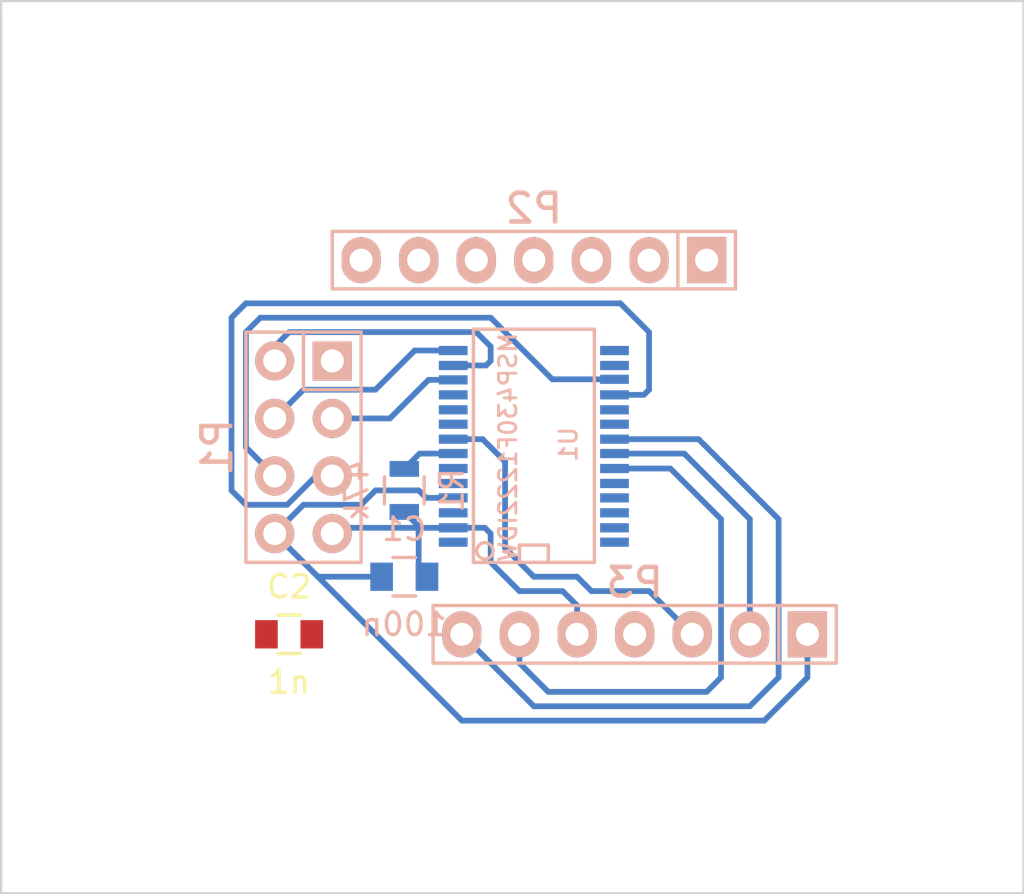
<source format=kicad_pcb>
(kicad_pcb (version 4) (host pcbnew 0.201502010101+5397~21~ubuntu14.04.1-product)

  (general
    (links 27)
    (no_connects 10)
    (area 123.774999 90.119999 168.960001 129.590001)
    (thickness 1.6)
    (drawings 5)
    (tracks 86)
    (zones 0)
    (modules 7)
    (nets 30)
  )

  (page A4)
  (layers
    (0 F.Cu signal)
    (31 B.Cu signal)
    (32 B.Adhes user)
    (33 F.Adhes user)
    (34 B.Paste user)
    (35 F.Paste user)
    (36 B.SilkS user)
    (37 F.SilkS user)
    (38 B.Mask user)
    (39 F.Mask user)
    (40 Dwgs.User user)
    (41 Cmts.User user)
    (42 Eco1.User user)
    (43 Eco2.User user)
    (44 Edge.Cuts user)
    (45 Margin user)
    (46 B.CrtYd user)
    (47 F.CrtYd user)
    (48 B.Fab user)
    (49 F.Fab user)
  )

  (setup
    (last_trace_width 0.254)
    (trace_clearance 0.254)
    (zone_clearance 0.508)
    (zone_45_only no)
    (trace_min 0.254)
    (segment_width 0.2)
    (edge_width 0.1)
    (via_size 0.889)
    (via_drill 0.635)
    (via_min_size 0.889)
    (via_min_drill 0.508)
    (uvia_size 0.508)
    (uvia_drill 0.127)
    (uvias_allowed no)
    (uvia_min_size 0.508)
    (uvia_min_drill 0.127)
    (pcb_text_width 0.3)
    (pcb_text_size 1.5 1.5)
    (mod_edge_width 0.15)
    (mod_text_size 1 1)
    (mod_text_width 0.15)
    (pad_size 1.5 1.5)
    (pad_drill 0.6)
    (pad_to_mask_clearance 0)
    (aux_axis_origin 0 0)
    (visible_elements FFFFFF7F)
    (pcbplotparams
      (layerselection 0x00030_80000001)
      (usegerberextensions false)
      (excludeedgelayer true)
      (linewidth 0.100000)
      (plotframeref false)
      (viasonmask false)
      (mode 1)
      (useauxorigin false)
      (hpglpennumber 1)
      (hpglpenspeed 20)
      (hpglpendiameter 15)
      (hpglpenoverlay 2)
      (psnegative false)
      (psa4output false)
      (plotreference true)
      (plotvalue true)
      (plotinvisibletext false)
      (padsonsilk false)
      (subtractmaskfromsilk false)
      (outputformat 1)
      (mirror false)
      (drillshape 1)
      (scaleselection 1)
      (outputdirectory ""))
  )

  (net 0 "")
  (net 1 +3V3)
  (net 2 GND)
  (net 3 "Net-(C2-Pad1)")
  (net 4 "Net-(P1-Pad1)")
  (net 5 "Net-(P1-Pad2)")
  (net 6 "Net-(P1-Pad3)")
  (net 7 "Net-(P1-Pad4)")
  (net 8 "Net-(P1-Pad5)")
  (net 9 "Net-(P1-Pad6)")
  (net 10 "Net-(P2-Pad3)")
  (net 11 "Net-(P2-Pad5)")
  (net 12 "Net-(P2-Pad6)")
  (net 13 "Net-(P2-Pad7)")
  (net 14 "Net-(P3-Pad3)")
  (net 15 "Net-(P3-Pad4)")
  (net 16 "Net-(P3-Pad6)")
  (net 17 "Net-(P3-Pad7)")
  (net 18 "Net-(U1-Pad3)")
  (net 19 "Net-(U1-Pad5)")
  (net 20 "Net-(U1-Pad6)")
  (net 21 "Net-(U1-Pad9)")
  (net 22 "Net-(U1-Pad11)")
  (net 23 "Net-(U1-Pad15)")
  (net 24 "Net-(U1-Pad16)")
  (net 25 "Net-(U1-Pad19)")
  (net 26 "Net-(U1-Pad20)")
  (net 27 "Net-(U1-Pad26)")
  (net 28 "Net-(U1-Pad27)")
  (net 29 "Net-(U1-Pad28)")

  (net_class Default "This is the default net class."
    (clearance 0.254)
    (trace_width 0.254)
    (via_dia 0.889)
    (via_drill 0.635)
    (uvia_dia 0.508)
    (uvia_drill 0.127)
    (add_net +3V3)
    (add_net GND)
    (add_net "Net-(C2-Pad1)")
    (add_net "Net-(P1-Pad1)")
    (add_net "Net-(P1-Pad2)")
    (add_net "Net-(P1-Pad3)")
    (add_net "Net-(P1-Pad4)")
    (add_net "Net-(P1-Pad5)")
    (add_net "Net-(P1-Pad6)")
    (add_net "Net-(P2-Pad3)")
    (add_net "Net-(P2-Pad5)")
    (add_net "Net-(P2-Pad6)")
    (add_net "Net-(P2-Pad7)")
    (add_net "Net-(P3-Pad3)")
    (add_net "Net-(P3-Pad4)")
    (add_net "Net-(P3-Pad6)")
    (add_net "Net-(P3-Pad7)")
    (add_net "Net-(U1-Pad11)")
    (add_net "Net-(U1-Pad15)")
    (add_net "Net-(U1-Pad16)")
    (add_net "Net-(U1-Pad19)")
    (add_net "Net-(U1-Pad20)")
    (add_net "Net-(U1-Pad26)")
    (add_net "Net-(U1-Pad27)")
    (add_net "Net-(U1-Pad28)")
    (add_net "Net-(U1-Pad3)")
    (add_net "Net-(U1-Pad5)")
    (add_net "Net-(U1-Pad6)")
    (add_net "Net-(U1-Pad9)")
  )

  (module Capacitors_SMD:C_0805 (layer B.Cu) (tedit 5415D6EA) (tstamp 54F3496D)
    (at 141.605 115.57 180)
    (descr "Capacitor SMD 0805, reflow soldering, AVX (see smccp.pdf)")
    (tags "capacitor 0805")
    (path /54F2F845)
    (attr smd)
    (fp_text reference C1 (at 0 2.1 180) (layer B.SilkS)
      (effects (font (size 1 1) (thickness 0.15)) (justify mirror))
    )
    (fp_text value 100n (at 0 -2.1 180) (layer B.SilkS)
      (effects (font (size 1 1) (thickness 0.15)) (justify mirror))
    )
    (fp_line (start -1.8 1) (end 1.8 1) (layer B.CrtYd) (width 0.05))
    (fp_line (start -1.8 -1) (end 1.8 -1) (layer B.CrtYd) (width 0.05))
    (fp_line (start -1.8 1) (end -1.8 -1) (layer B.CrtYd) (width 0.05))
    (fp_line (start 1.8 1) (end 1.8 -1) (layer B.CrtYd) (width 0.05))
    (fp_line (start 0.5 0.85) (end -0.5 0.85) (layer B.SilkS) (width 0.15))
    (fp_line (start -0.5 -0.85) (end 0.5 -0.85) (layer B.SilkS) (width 0.15))
    (pad 1 smd rect (at -1 0 180) (size 1 1.25) (layers B.Cu B.Paste B.Mask)
      (net 1 +3V3))
    (pad 2 smd rect (at 1 0 180) (size 1 1.25) (layers B.Cu B.Paste B.Mask)
      (net 2 GND))
    (model Capacitors_SMD/C_0805N.wrl
      (at (xyz 0 0 0))
      (scale (xyz 1 1 1))
      (rotate (xyz 0 0 0))
    )
  )

  (module Capacitors_SMD:C_0805 (layer F.Cu) (tedit 5415D6EA) (tstamp 54F34979)
    (at 136.525 118.11)
    (descr "Capacitor SMD 0805, reflow soldering, AVX (see smccp.pdf)")
    (tags "capacitor 0805")
    (path /54F2FB00)
    (attr smd)
    (fp_text reference C2 (at 0 -2.1) (layer F.SilkS)
      (effects (font (size 1 1) (thickness 0.15)))
    )
    (fp_text value 1n (at 0 2.1) (layer F.SilkS)
      (effects (font (size 1 1) (thickness 0.15)))
    )
    (fp_line (start -1.8 -1) (end 1.8 -1) (layer F.CrtYd) (width 0.05))
    (fp_line (start -1.8 1) (end 1.8 1) (layer F.CrtYd) (width 0.05))
    (fp_line (start -1.8 -1) (end -1.8 1) (layer F.CrtYd) (width 0.05))
    (fp_line (start 1.8 -1) (end 1.8 1) (layer F.CrtYd) (width 0.05))
    (fp_line (start 0.5 -0.85) (end -0.5 -0.85) (layer F.SilkS) (width 0.15))
    (fp_line (start -0.5 0.85) (end 0.5 0.85) (layer F.SilkS) (width 0.15))
    (pad 1 smd rect (at -1 0) (size 1 1.25) (layers F.Cu F.Paste F.Mask)
      (net 3 "Net-(C2-Pad1)"))
    (pad 2 smd rect (at 1 0) (size 1 1.25) (layers F.Cu F.Paste F.Mask)
      (net 2 GND))
    (model Capacitors_SMD/C_0805N.wrl
      (at (xyz 0 0 0))
      (scale (xyz 1 1 1))
      (rotate (xyz 0 0 0))
    )
  )

  (module Pin_Headers:Pin_Header_Straight_2x04 (layer B.Cu) (tedit 54F348E6) (tstamp 54F3498D)
    (at 137.16 109.855 270)
    (descr "Through hole pin header")
    (tags "pin header")
    (path /54F2F6FE)
    (fp_text reference P1 (at 0 3.81 270) (layer B.SilkS)
      (effects (font (size 1.27 1.27) (thickness 0.2032)) (justify mirror))
    )
    (fp_text value BK24x1 (at 0 0 270) (layer B.SilkS) hide
      (effects (font (size 1.27 1.27) (thickness 0.2032)) (justify mirror))
    )
    (fp_line (start -2.54 -2.54) (end 5.08 -2.54) (layer B.SilkS) (width 0.15))
    (fp_line (start 5.08 -2.54) (end 5.08 2.54) (layer B.SilkS) (width 0.15))
    (fp_line (start 5.08 2.54) (end -5.08 2.54) (layer B.SilkS) (width 0.15))
    (fp_line (start -5.08 2.54) (end -5.08 0) (layer B.SilkS) (width 0.15))
    (fp_line (start -5.08 -2.54) (end -2.54 -2.54) (layer B.SilkS) (width 0.15))
    (fp_line (start -5.08 0) (end -2.54 0) (layer B.SilkS) (width 0.15))
    (fp_line (start -2.54 0) (end -2.54 -2.54) (layer B.SilkS) (width 0.15))
    (fp_line (start -5.08 -2.54) (end -5.08 0) (layer B.SilkS) (width 0.15))
    (pad 1 thru_hole rect (at -3.81 -1.27 270) (size 1.7272 1.7272) (drill 1.016) (layers *.Cu *.Mask B.SilkS)
      (net 4 "Net-(P1-Pad1)"))
    (pad 2 thru_hole oval (at -3.81 1.27 270) (size 1.7272 1.7272) (drill 1.016) (layers *.Cu *.Mask B.SilkS)
      (net 5 "Net-(P1-Pad2)"))
    (pad 3 thru_hole oval (at -1.27 -1.27 270) (size 1.7272 1.7272) (drill 1.016) (layers *.Cu *.Mask B.SilkS)
      (net 6 "Net-(P1-Pad3)"))
    (pad 4 thru_hole oval (at -1.27 1.27 270) (size 1.7272 1.7272) (drill 1.016) (layers *.Cu *.Mask B.SilkS)
      (net 7 "Net-(P1-Pad4)"))
    (pad 5 thru_hole oval (at 1.27 -1.27 270) (size 1.7272 1.7272) (drill 1.016) (layers *.Cu *.Mask B.SilkS)
      (net 8 "Net-(P1-Pad5)"))
    (pad 6 thru_hole oval (at 1.27 1.27 270) (size 1.7272 1.7272) (drill 1.016) (layers *.Cu *.Mask B.SilkS)
      (net 9 "Net-(P1-Pad6)"))
    (pad 7 thru_hole oval (at 3.81 -1.27 270) (size 1.7272 1.7272) (drill 1.016) (layers *.Cu *.Mask B.SilkS)
      (net 1 +3V3))
    (pad 8 thru_hole oval (at 3.81 1.27 270) (size 1.7272 1.7272) (drill 1.016) (layers *.Cu *.Mask B.SilkS)
      (net 2 GND))
    (model Pin_Headers/Pin_Header_Straight_2x04.wrl
      (at (xyz 0 0 0))
      (scale (xyz 1 1 1))
      (rotate (xyz 0 0 0))
    )
  )

  (module Pin_Headers:Pin_Header_Straight_1x07 (layer B.Cu) (tedit 54F348E5) (tstamp 54F3499F)
    (at 147.32 101.6 180)
    (descr "Through hole pin header")
    (tags "pin header")
    (path /54F31136)
    (fp_text reference P2 (at 0 2.286 180) (layer B.SilkS)
      (effects (font (size 1.27 1.27) (thickness 0.2032)) (justify mirror))
    )
    (fp_text value BSL (at 0 0 180) (layer B.SilkS) hide
      (effects (font (size 1.27 1.27) (thickness 0.2032)) (justify mirror))
    )
    (fp_line (start -6.35 1.27) (end 8.89 1.27) (layer B.SilkS) (width 0.15))
    (fp_line (start 8.89 1.27) (end 8.89 -1.27) (layer B.SilkS) (width 0.15))
    (fp_line (start 8.89 -1.27) (end -6.35 -1.27) (layer B.SilkS) (width 0.15))
    (fp_line (start -8.89 1.27) (end -6.35 1.27) (layer B.SilkS) (width 0.15))
    (fp_line (start -6.35 1.27) (end -6.35 -1.27) (layer B.SilkS) (width 0.15))
    (fp_line (start -8.89 1.27) (end -8.89 -1.27) (layer B.SilkS) (width 0.15))
    (fp_line (start -8.89 -1.27) (end -6.35 -1.27) (layer B.SilkS) (width 0.15))
    (pad 1 thru_hole rect (at -7.62 0 180) (size 1.7272 2.032) (drill 1.016) (layers *.Cu *.Mask B.SilkS)
      (net 1 +3V3))
    (pad 2 thru_hole oval (at -5.08 0 180) (size 1.7272 2.032) (drill 1.016) (layers *.Cu *.Mask B.SilkS)
      (net 2 GND))
    (pad 3 thru_hole oval (at -2.54 0 180) (size 1.7272 2.032) (drill 1.016) (layers *.Cu *.Mask B.SilkS)
      (net 10 "Net-(P2-Pad3)"))
    (pad 4 thru_hole oval (at 0 0 180) (size 1.7272 2.032) (drill 1.016) (layers *.Cu *.Mask B.SilkS)
      (net 3 "Net-(C2-Pad1)"))
    (pad 5 thru_hole oval (at 2.54 0 180) (size 1.7272 2.032) (drill 1.016) (layers *.Cu *.Mask B.SilkS)
      (net 11 "Net-(P2-Pad5)"))
    (pad 6 thru_hole oval (at 5.08 0 180) (size 1.7272 2.032) (drill 1.016) (layers *.Cu *.Mask B.SilkS)
      (net 12 "Net-(P2-Pad6)"))
    (pad 7 thru_hole oval (at 7.62 0 180) (size 1.7272 2.032) (drill 1.016) (layers *.Cu *.Mask B.SilkS)
      (net 13 "Net-(P2-Pad7)"))
    (model Pin_Headers/Pin_Header_Straight_1x07.wrl
      (at (xyz 0 0 0))
      (scale (xyz 1 1 1))
      (rotate (xyz 0 0 0))
    )
  )

  (module Pin_Headers:Pin_Header_Straight_1x07 (layer B.Cu) (tedit 54F348E5) (tstamp 54F349B1)
    (at 151.765 118.11 180)
    (descr "Through hole pin header")
    (tags "pin header")
    (path /54F2FC73)
    (fp_text reference P3 (at 0 2.286 180) (layer B.SilkS)
      (effects (font (size 1.27 1.27) (thickness 0.2032)) (justify mirror))
    )
    (fp_text value PWRBRD (at 0 0 180) (layer B.SilkS) hide
      (effects (font (size 1.27 1.27) (thickness 0.2032)) (justify mirror))
    )
    (fp_line (start -6.35 1.27) (end 8.89 1.27) (layer B.SilkS) (width 0.15))
    (fp_line (start 8.89 1.27) (end 8.89 -1.27) (layer B.SilkS) (width 0.15))
    (fp_line (start 8.89 -1.27) (end -6.35 -1.27) (layer B.SilkS) (width 0.15))
    (fp_line (start -8.89 1.27) (end -6.35 1.27) (layer B.SilkS) (width 0.15))
    (fp_line (start -6.35 1.27) (end -6.35 -1.27) (layer B.SilkS) (width 0.15))
    (fp_line (start -8.89 1.27) (end -8.89 -1.27) (layer B.SilkS) (width 0.15))
    (fp_line (start -8.89 -1.27) (end -6.35 -1.27) (layer B.SilkS) (width 0.15))
    (pad 1 thru_hole rect (at -7.62 0 180) (size 1.7272 2.032) (drill 1.016) (layers *.Cu *.Mask B.SilkS)
      (net 2 GND))
    (pad 2 thru_hole oval (at -5.08 0 180) (size 1.7272 2.032) (drill 1.016) (layers *.Cu *.Mask B.SilkS)
      (net 11 "Net-(P2-Pad5)"))
    (pad 3 thru_hole oval (at -2.54 0 180) (size 1.7272 2.032) (drill 1.016) (layers *.Cu *.Mask B.SilkS)
      (net 14 "Net-(P3-Pad3)"))
    (pad 4 thru_hole oval (at 0 0 180) (size 1.7272 2.032) (drill 1.016) (layers *.Cu *.Mask B.SilkS)
      (net 15 "Net-(P3-Pad4)"))
    (pad 5 thru_hole oval (at 2.54 0 180) (size 1.7272 2.032) (drill 1.016) (layers *.Cu *.Mask B.SilkS)
      (net 1 +3V3))
    (pad 6 thru_hole oval (at 5.08 0 180) (size 1.7272 2.032) (drill 1.016) (layers *.Cu *.Mask B.SilkS)
      (net 16 "Net-(P3-Pad6)"))
    (pad 7 thru_hole oval (at 7.62 0 180) (size 1.7272 2.032) (drill 1.016) (layers *.Cu *.Mask B.SilkS)
      (net 17 "Net-(P3-Pad7)"))
    (model Pin_Headers/Pin_Header_Straight_1x07.wrl
      (at (xyz 0 0 0))
      (scale (xyz 1 1 1))
      (rotate (xyz 0 0 0))
    )
  )

  (module Resistors_SMD:R_0805 (layer B.Cu) (tedit 5415CDEB) (tstamp 54F349BD)
    (at 141.605 111.76 90)
    (descr "Resistor SMD 0805, reflow soldering, Vishay (see dcrcw.pdf)")
    (tags "resistor 0805")
    (path /54F2FA6B)
    (attr smd)
    (fp_text reference R1 (at 0 2.1 90) (layer B.SilkS)
      (effects (font (size 1 1) (thickness 0.15)) (justify mirror))
    )
    (fp_text value 47k (at 0 -2.1 90) (layer B.SilkS)
      (effects (font (size 1 1) (thickness 0.15)) (justify mirror))
    )
    (fp_line (start -1.6 1) (end 1.6 1) (layer B.CrtYd) (width 0.05))
    (fp_line (start -1.6 -1) (end 1.6 -1) (layer B.CrtYd) (width 0.05))
    (fp_line (start -1.6 1) (end -1.6 -1) (layer B.CrtYd) (width 0.05))
    (fp_line (start 1.6 1) (end 1.6 -1) (layer B.CrtYd) (width 0.05))
    (fp_line (start 0.6 -0.875) (end -0.6 -0.875) (layer B.SilkS) (width 0.15))
    (fp_line (start -0.6 0.875) (end 0.6 0.875) (layer B.SilkS) (width 0.15))
    (pad 1 smd rect (at -0.95 0 90) (size 0.7 1.3) (layers B.Cu B.Paste B.Mask)
      (net 1 +3V3))
    (pad 2 smd rect (at 0.95 0 90) (size 0.7 1.3) (layers B.Cu B.Paste B.Mask)
      (net 3 "Net-(C2-Pad1)"))
    (model Resistors_SMD/R_0805.wrl
      (at (xyz 0 0 0))
      (scale (xyz 1 1 1))
      (rotate (xyz 0 0 0))
    )
  )

  (module SMD_Packages:SSOP-28 (layer B.Cu) (tedit 54F348E5) (tstamp 54F349E5)
    (at 147.32 109.855 90)
    (descr "SSOP 28 pins")
    (tags "CMS SSOP SMD")
    (path /54F2F464)
    (attr smd)
    (fp_text reference U1 (at 0.127 1.524 90) (layer B.SilkS)
      (effects (font (size 0.762 0.762) (thickness 0.127)) (justify mirror))
    )
    (fp_text value MSP430F1222IDW (at 0 -1.143 90) (layer B.SilkS)
      (effects (font (size 0.762 0.762) (thickness 0.127)) (justify mirror))
    )
    (fp_circle (center -4.572 -2.159) (end -4.826 -1.905) (layer B.SilkS) (width 0.15))
    (fp_line (start -5.08 0.635) (end -4.318 0.635) (layer B.SilkS) (width 0.15))
    (fp_line (start -4.318 0.635) (end -4.318 -0.635) (layer B.SilkS) (width 0.15))
    (fp_line (start -4.318 -0.635) (end -5.08 -0.635) (layer B.SilkS) (width 0.15))
    (fp_line (start 5.207 -2.667) (end -5.08 -2.667) (layer B.SilkS) (width 0.15))
    (fp_line (start -5.08 2.667) (end 5.207 2.667) (layer B.SilkS) (width 0.15))
    (fp_line (start -5.08 2.667) (end -5.08 -2.667) (layer B.SilkS) (width 0.15))
    (fp_line (start 5.207 2.667) (end 5.207 -2.667) (layer B.SilkS) (width 0.15))
    (pad 1 smd rect (at -4.191 -3.556 90) (size 0.4064 1.27) (layers B.Cu B.Paste B.Mask)
      (net 10 "Net-(P2-Pad3)"))
    (pad 2 smd rect (at -3.556 -3.556 90) (size 0.4064 1.27) (layers B.Cu B.Paste B.Mask)
      (net 1 +3V3))
    (pad 3 smd rect (at -2.8956 -3.556 90) (size 0.4064 1.27) (layers B.Cu B.Paste B.Mask)
      (net 18 "Net-(U1-Pad3)"))
    (pad 4 smd rect (at -2.2352 -3.556 90) (size 0.4064 1.27) (layers B.Cu B.Paste B.Mask)
      (net 2 GND))
    (pad 5 smd rect (at -1.6002 -3.556 90) (size 0.4064 1.27) (layers B.Cu B.Paste B.Mask)
      (net 19 "Net-(U1-Pad5)"))
    (pad 6 smd rect (at -0.9398 -3.556 90) (size 0.4064 1.27) (layers B.Cu B.Paste B.Mask)
      (net 20 "Net-(U1-Pad6)"))
    (pad 7 smd rect (at -0.2794 -3.556 90) (size 0.4064 1.27) (layers B.Cu B.Paste B.Mask)
      (net 3 "Net-(C2-Pad1)"))
    (pad 8 smd rect (at 0.3556 -3.556 90) (size 0.4064 1.27) (layers B.Cu B.Paste B.Mask)
      (net 14 "Net-(P3-Pad3)"))
    (pad 9 smd rect (at 1.016 -3.556 90) (size 0.4064 1.27) (layers B.Cu B.Paste B.Mask)
      (net 21 "Net-(U1-Pad9)"))
    (pad 10 smd rect (at 1.651 -3.556 90) (size 0.4064 1.27) (layers B.Cu B.Paste B.Mask)
      (net 12 "Net-(P2-Pad6)"))
    (pad 11 smd rect (at 2.3114 -3.556 90) (size 0.4064 1.27) (layers B.Cu B.Paste B.Mask)
      (net 22 "Net-(U1-Pad11)"))
    (pad 12 smd rect (at 2.9718 -3.556 90) (size 0.4064 1.27) (layers B.Cu B.Paste B.Mask)
      (net 6 "Net-(P1-Pad3)"))
    (pad 13 smd rect (at 3.6068 -3.556 90) (size 0.4064 1.27) (layers B.Cu B.Paste B.Mask)
      (net 5 "Net-(P1-Pad2)"))
    (pad 14 smd rect (at 4.2672 -3.556 90) (size 0.4064 1.27) (layers B.Cu B.Paste B.Mask)
      (net 7 "Net-(P1-Pad4)"))
    (pad 15 smd rect (at 4.2672 3.556 90) (size 0.4064 1.27) (layers B.Cu B.Paste B.Mask)
      (net 23 "Net-(U1-Pad15)"))
    (pad 16 smd rect (at 3.6068 3.556 90) (size 0.4064 1.27) (layers B.Cu B.Paste B.Mask)
      (net 24 "Net-(U1-Pad16)"))
    (pad 17 smd rect (at 2.9972 3.556 90) (size 0.4064 1.27) (layers B.Cu B.Paste B.Mask)
      (net 9 "Net-(P1-Pad6)"))
    (pad 18 smd rect (at 2.3114 3.556 90) (size 0.4064 1.27) (layers B.Cu B.Paste B.Mask)
      (net 8 "Net-(P1-Pad5)"))
    (pad 19 smd rect (at 1.651 3.556 90) (size 0.4064 1.27) (layers B.Cu B.Paste B.Mask)
      (net 25 "Net-(U1-Pad19)"))
    (pad 20 smd rect (at 1.016 3.556 90) (size 0.4064 1.27) (layers B.Cu B.Paste B.Mask)
      (net 26 "Net-(U1-Pad20)"))
    (pad 21 smd rect (at 0.3556 3.556 90) (size 0.4064 1.27) (layers B.Cu B.Paste B.Mask)
      (net 17 "Net-(P3-Pad7)"))
    (pad 22 smd rect (at -0.2794 3.556 90) (size 0.4064 1.27) (layers B.Cu B.Paste B.Mask)
      (net 11 "Net-(P2-Pad5)"))
    (pad 23 smd rect (at -0.9398 3.556 90) (size 0.4064 1.27) (layers B.Cu B.Paste B.Mask)
      (net 16 "Net-(P3-Pad6)"))
    (pad 24 smd rect (at -1.6002 3.556 90) (size 0.4064 1.27) (layers B.Cu B.Paste B.Mask)
      (net 15 "Net-(P3-Pad4)"))
    (pad 25 smd rect (at -2.2352 3.556 90) (size 0.4064 1.27) (layers B.Cu B.Paste B.Mask)
      (net 13 "Net-(P2-Pad7)"))
    (pad 26 smd rect (at -2.8956 3.556 90) (size 0.4064 1.27) (layers B.Cu B.Paste B.Mask)
      (net 27 "Net-(U1-Pad26)"))
    (pad 27 smd rect (at -3.556 3.556 90) (size 0.4064 1.27) (layers B.Cu B.Paste B.Mask)
      (net 28 "Net-(U1-Pad27)"))
    (pad 28 smd rect (at -4.191 3.556 90) (size 0.4064 1.27) (layers B.Cu B.Paste B.Mask)
      (net 29 "Net-(U1-Pad28)"))
    (model smd/cms_soj28.wrl
      (at (xyz 0 0 0))
      (scale (xyz 0.256 0.5 0.25))
      (rotate (xyz 0 0 0))
    )
  )

  (gr_line (start 123.825 90.17) (end 123.825 90.805) (angle 90) (layer Edge.Cuts) (width 0.1))
  (gr_line (start 168.91 90.17) (end 123.825 90.17) (angle 90) (layer Edge.Cuts) (width 0.1))
  (gr_line (start 168.91 129.54) (end 168.91 90.17) (angle 90) (layer Edge.Cuts) (width 0.1))
  (gr_line (start 123.825 129.54) (end 168.91 129.54) (angle 90) (layer Edge.Cuts) (width 0.1))
  (gr_line (start 123.825 90.17) (end 123.825 129.54) (angle 90) (layer Edge.Cuts) (width 0.1))

  (segment (start 142.24 113.665) (end 142.24 113.345) (width 0.254) (layer B.Cu) (net 1))
  (segment (start 142.24 113.345) (end 141.605 112.71) (width 0.254) (layer B.Cu) (net 1) (tstamp 54F34D39))
  (segment (start 142.24 113.411) (end 142.24 113.665) (width 0.254) (layer B.Cu) (net 1))
  (segment (start 142.24 113.665) (end 142.24 115.205) (width 0.254) (layer B.Cu) (net 1) (tstamp 54F34D37))
  (segment (start 142.24 115.205) (end 142.605 115.57) (width 0.254) (layer B.Cu) (net 1) (tstamp 54F34CFF))
  (segment (start 143.764 113.411) (end 145.161 113.411) (width 0.254) (layer B.Cu) (net 1))
  (segment (start 149.225 116.84) (end 149.225 118.11) (width 0.254) (layer B.Cu) (net 1) (tstamp 54F34CA0))
  (segment (start 148.59 116.205) (end 149.225 116.84) (width 0.254) (layer B.Cu) (net 1) (tstamp 54F34C9F))
  (segment (start 146.685 116.205) (end 148.59 116.205) (width 0.254) (layer B.Cu) (net 1) (tstamp 54F34C9D))
  (segment (start 145.415 114.935) (end 146.685 116.205) (width 0.254) (layer B.Cu) (net 1) (tstamp 54F34C9B))
  (segment (start 145.415 113.665) (end 145.415 114.935) (width 0.254) (layer B.Cu) (net 1) (tstamp 54F34C9A))
  (segment (start 145.161 113.411) (end 145.415 113.665) (width 0.254) (layer B.Cu) (net 1) (tstamp 54F34C99))
  (segment (start 143.764 113.411) (end 142.24 113.411) (width 0.254) (layer B.Cu) (net 1))
  (segment (start 142.24 113.411) (end 138.684 113.411) (width 0.254) (layer B.Cu) (net 1) (tstamp 54F34CFD))
  (segment (start 138.684 113.411) (end 138.43 113.665) (width 0.254) (layer B.Cu) (net 1) (tstamp 54F34C4D))
  (segment (start 143.764 112.0902) (end 142.5702 112.0902) (width 0.254) (layer B.Cu) (net 2))
  (segment (start 137.16 112.395) (end 135.89 113.665) (width 0.254) (layer B.Cu) (net 2) (tstamp 54F34D40))
  (segment (start 139.7 112.395) (end 137.16 112.395) (width 0.254) (layer B.Cu) (net 2) (tstamp 54F34D3F))
  (segment (start 140.335 111.76) (end 139.7 112.395) (width 0.254) (layer B.Cu) (net 2) (tstamp 54F34D3E))
  (segment (start 142.24 111.76) (end 140.335 111.76) (width 0.254) (layer B.Cu) (net 2) (tstamp 54F34D3D))
  (segment (start 142.5702 112.0902) (end 142.24 111.76) (width 0.254) (layer B.Cu) (net 2) (tstamp 54F34D3C))
  (segment (start 159.385 118.11) (end 159.385 120.015) (width 0.254) (layer B.Cu) (net 2))
  (segment (start 144.145 121.92) (end 135.89 113.665) (width 0.254) (layer B.Cu) (net 2) (tstamp 54F34D0A))
  (segment (start 157.48 121.92) (end 144.145 121.92) (width 0.254) (layer B.Cu) (net 2) (tstamp 54F34D08))
  (segment (start 159.385 120.015) (end 157.48 121.92) (width 0.254) (layer B.Cu) (net 2) (tstamp 54F34D06))
  (segment (start 140.605 115.57) (end 137.795 115.57) (width 0.254) (layer B.Cu) (net 2))
  (segment (start 137.795 115.57) (end 135.89 113.665) (width 0.254) (layer B.Cu) (net 2) (tstamp 54F34D02))
  (segment (start 143.764 110.1344) (end 142.2806 110.1344) (width 0.254) (layer B.Cu) (net 3))
  (segment (start 142.2806 110.1344) (end 141.605 110.81) (width 0.254) (layer B.Cu) (net 3) (tstamp 54F34D44))
  (segment (start 135.89 106.045) (end 135.89 105.41) (width 0.254) (layer B.Cu) (net 5))
  (segment (start 135.89 105.41) (end 136.525 104.775) (width 0.254) (layer B.Cu) (net 5) (tstamp 54F34C6C))
  (segment (start 136.525 104.775) (end 144.78 104.775) (width 0.254) (layer B.Cu) (net 5) (tstamp 54F34C6D))
  (segment (start 144.78 104.775) (end 145.415 105.41) (width 0.254) (layer B.Cu) (net 5) (tstamp 54F34C6E))
  (segment (start 145.415 105.41) (end 145.415 106.045) (width 0.254) (layer B.Cu) (net 5) (tstamp 54F34C6F))
  (segment (start 145.415 106.045) (end 145.2118 106.2482) (width 0.254) (layer B.Cu) (net 5) (tstamp 54F34C70))
  (segment (start 145.2118 106.2482) (end 143.764 106.2482) (width 0.254) (layer B.Cu) (net 5) (tstamp 54F34C71))
  (segment (start 138.43 108.585) (end 140.97 108.585) (width 0.254) (layer B.Cu) (net 6))
  (segment (start 142.6718 106.8832) (end 143.764 106.8832) (width 0.254) (layer B.Cu) (net 6) (tstamp 54F34C62))
  (segment (start 140.97 108.585) (end 142.6718 106.8832) (width 0.254) (layer B.Cu) (net 6) (tstamp 54F34C60))
  (segment (start 138.43 108.585) (end 139.065 108.585) (width 0.254) (layer F.Cu) (net 6))
  (segment (start 135.89 108.585) (end 137.16 107.315) (width 0.254) (layer B.Cu) (net 7))
  (segment (start 142.0622 105.5878) (end 143.764 105.5878) (width 0.254) (layer B.Cu) (net 7) (tstamp 54F34C68))
  (segment (start 140.335 107.315) (end 142.0622 105.5878) (width 0.254) (layer B.Cu) (net 7) (tstamp 54F34C67))
  (segment (start 137.16 107.315) (end 140.335 107.315) (width 0.254) (layer B.Cu) (net 7) (tstamp 54F34C66))
  (segment (start 138.43 111.125) (end 137.711576 111.125) (width 0.254) (layer B.Cu) (net 8))
  (segment (start 137.711576 111.125) (end 136.441576 112.395) (width 0.254) (layer B.Cu) (net 8) (tstamp 54F34C7D))
  (segment (start 152.1714 107.5436) (end 150.876 107.5436) (width 0.254) (layer B.Cu) (net 8) (tstamp 54F34C89))
  (segment (start 152.4 107.315) (end 152.1714 107.5436) (width 0.254) (layer B.Cu) (net 8) (tstamp 54F34C88))
  (segment (start 152.4 104.775) (end 152.4 107.315) (width 0.254) (layer B.Cu) (net 8) (tstamp 54F34C86))
  (segment (start 151.13 103.505) (end 152.4 104.775) (width 0.254) (layer B.Cu) (net 8) (tstamp 54F34C84))
  (segment (start 134.62 103.505) (end 151.13 103.505) (width 0.254) (layer B.Cu) (net 8) (tstamp 54F34C83))
  (segment (start 133.985 104.14) (end 134.62 103.505) (width 0.254) (layer B.Cu) (net 8) (tstamp 54F34C82))
  (segment (start 133.985 111.76) (end 133.985 104.14) (width 0.254) (layer B.Cu) (net 8) (tstamp 54F34C81))
  (segment (start 134.62 112.395) (end 133.985 111.76) (width 0.254) (layer B.Cu) (net 8) (tstamp 54F34C80))
  (segment (start 136.441576 112.395) (end 134.62 112.395) (width 0.254) (layer B.Cu) (net 8) (tstamp 54F34C7E))
  (segment (start 138.43 111.125) (end 139.065 111.125) (width 0.254) (layer F.Cu) (net 8))
  (segment (start 135.89 111.125) (end 134.62 109.855) (width 0.254) (layer B.Cu) (net 9))
  (segment (start 148.1328 106.8578) (end 150.876 106.8578) (width 0.254) (layer B.Cu) (net 9) (tstamp 54F34C79))
  (segment (start 145.415 104.14) (end 148.1328 106.8578) (width 0.254) (layer B.Cu) (net 9) (tstamp 54F34C77))
  (segment (start 135.255 104.14) (end 145.415 104.14) (width 0.254) (layer B.Cu) (net 9) (tstamp 54F34C76))
  (segment (start 134.62 104.775) (end 135.255 104.14) (width 0.254) (layer B.Cu) (net 9) (tstamp 54F34C75))
  (segment (start 134.62 109.855) (end 134.62 104.775) (width 0.254) (layer B.Cu) (net 9) (tstamp 54F34C74))
  (segment (start 156.845 118.11) (end 156.845 113.03) (width 0.254) (layer B.Cu) (net 11))
  (segment (start 153.9494 110.1344) (end 150.876 110.1344) (width 0.254) (layer B.Cu) (net 11) (tstamp 54F34CB1))
  (segment (start 156.845 113.03) (end 153.9494 110.1344) (width 0.254) (layer B.Cu) (net 11) (tstamp 54F34CAF))
  (segment (start 154.305 118.11) (end 152.4 116.205) (width 0.254) (layer B.Cu) (net 14))
  (segment (start 145.0594 109.4994) (end 143.764 109.4994) (width 0.254) (layer B.Cu) (net 14) (tstamp 54F34CAC))
  (segment (start 146.05 110.49) (end 145.0594 109.4994) (width 0.254) (layer B.Cu) (net 14) (tstamp 54F34CAB))
  (segment (start 146.05 114.3) (end 146.05 110.49) (width 0.254) (layer B.Cu) (net 14) (tstamp 54F34CA9))
  (segment (start 147.32 115.57) (end 146.05 114.3) (width 0.254) (layer B.Cu) (net 14) (tstamp 54F34CA7))
  (segment (start 149.225 115.57) (end 147.32 115.57) (width 0.254) (layer B.Cu) (net 14) (tstamp 54F34CA6))
  (segment (start 149.86 116.205) (end 149.225 115.57) (width 0.254) (layer B.Cu) (net 14) (tstamp 54F34CA5))
  (segment (start 152.4 116.205) (end 149.86 116.205) (width 0.254) (layer B.Cu) (net 14) (tstamp 54F34CA4))
  (segment (start 146.685 118.11) (end 146.685 119.38) (width 0.254) (layer B.Cu) (net 16))
  (segment (start 153.3398 110.7948) (end 155.575 113.03) (width 0.254) (layer B.Cu) (net 16) (tstamp 54F34CBB))
  (segment (start 155.575 113.03) (end 155.575 120.015) (width 0.254) (layer B.Cu) (net 16) (tstamp 54F34CBD))
  (segment (start 153.3398 110.7948) (end 150.876 110.7948) (width 0.254) (layer B.Cu) (net 16))
  (segment (start 154.94 120.65) (end 155.575 120.015) (width 0.254) (layer B.Cu) (net 16) (tstamp 54F34CC4))
  (segment (start 147.955 120.65) (end 154.94 120.65) (width 0.254) (layer B.Cu) (net 16) (tstamp 54F34CC2))
  (segment (start 146.685 119.38) (end 147.955 120.65) (width 0.254) (layer B.Cu) (net 16) (tstamp 54F34CC1))
  (segment (start 150.876 109.4994) (end 154.5844 109.4994) (width 0.254) (layer B.Cu) (net 17))
  (segment (start 147.32 121.285) (end 144.145 118.11) (width 0.254) (layer B.Cu) (net 17) (tstamp 54F34CD1))
  (segment (start 156.845 121.285) (end 147.32 121.285) (width 0.254) (layer B.Cu) (net 17) (tstamp 54F34CCF))
  (segment (start 158.115 120.015) (end 156.845 121.285) (width 0.254) (layer B.Cu) (net 17) (tstamp 54F34CCD))
  (segment (start 158.115 113.03) (end 158.115 120.015) (width 0.254) (layer B.Cu) (net 17) (tstamp 54F34CCB))
  (segment (start 154.5844 109.4994) (end 158.115 113.03) (width 0.254) (layer B.Cu) (net 17) (tstamp 54F34CC9))

)

</source>
